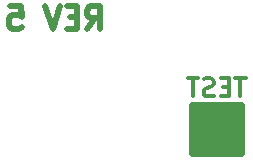
<source format=gbo>
%TF.GenerationSoftware,KiCad,Pcbnew,(6.0.1)*%
%TF.CreationDate,2022-09-05T11:30:14-04:00*%
%TF.ProjectId,ODAS-PSOC5,4f444153-2d50-4534-9f43-352e6b696361,5*%
%TF.SameCoordinates,Original*%
%TF.FileFunction,Legend,Bot*%
%TF.FilePolarity,Positive*%
%FSLAX46Y46*%
G04 Gerber Fmt 4.6, Leading zero omitted, Abs format (unit mm)*
G04 Created by KiCad (PCBNEW (6.0.1)) date 2022-09-05 11:30:14*
%MOMM*%
%LPD*%
G01*
G04 APERTURE LIST*
%ADD10C,0.476250*%
%ADD11C,0.304800*%
%ADD12C,0.650000*%
G04 APERTURE END LIST*
D10*
X18977428Y-91031785D02*
X19612428Y-90124642D01*
X20066000Y-91031785D02*
X20066000Y-89126785D01*
X19340285Y-89126785D01*
X19158857Y-89217500D01*
X19068142Y-89308214D01*
X18977428Y-89489642D01*
X18977428Y-89761785D01*
X19068142Y-89943214D01*
X19158857Y-90033928D01*
X19340285Y-90124642D01*
X20066000Y-90124642D01*
X18161000Y-90033928D02*
X17526000Y-90033928D01*
X17253857Y-91031785D02*
X18161000Y-91031785D01*
X18161000Y-89126785D01*
X17253857Y-89126785D01*
X16709571Y-89126785D02*
X16074571Y-91031785D01*
X15439571Y-89126785D01*
X12446000Y-89126785D02*
X13353142Y-89126785D01*
X13443857Y-90033928D01*
X13353142Y-89943214D01*
X13171714Y-89852500D01*
X12718142Y-89852500D01*
X12536714Y-89943214D01*
X12446000Y-90033928D01*
X12355285Y-90215357D01*
X12355285Y-90668928D01*
X12446000Y-90850357D01*
X12536714Y-90941071D01*
X12718142Y-91031785D01*
X13171714Y-91031785D01*
X13353142Y-90941071D01*
X13443857Y-90850357D01*
D11*
%TO.C,TEST*%
X32403142Y-95233428D02*
X31532285Y-95233428D01*
X31967714Y-96757428D02*
X31967714Y-95233428D01*
X31024285Y-95959142D02*
X30516285Y-95959142D01*
X30298571Y-96757428D02*
X31024285Y-96757428D01*
X31024285Y-95233428D01*
X30298571Y-95233428D01*
X29718000Y-96684857D02*
X29500285Y-96757428D01*
X29137428Y-96757428D01*
X28992285Y-96684857D01*
X28919714Y-96612285D01*
X28847142Y-96467142D01*
X28847142Y-96322000D01*
X28919714Y-96176857D01*
X28992285Y-96104285D01*
X29137428Y-96031714D01*
X29427714Y-95959142D01*
X29572857Y-95886571D01*
X29645428Y-95814000D01*
X29718000Y-95668857D01*
X29718000Y-95523714D01*
X29645428Y-95378571D01*
X29572857Y-95306000D01*
X29427714Y-95233428D01*
X29064857Y-95233428D01*
X28847142Y-95306000D01*
X28411714Y-95233428D02*
X27540857Y-95233428D01*
X27976285Y-96757428D02*
X27976285Y-95233428D01*
D12*
X27972000Y-98568000D02*
X27972000Y-99068000D01*
X27972000Y-97568000D02*
X31972000Y-97568000D01*
X31972000Y-100568000D02*
X27972000Y-100568000D01*
X27972000Y-99568000D02*
X27972000Y-100068000D01*
X31972000Y-99068000D02*
X31972000Y-99568000D01*
X31972000Y-97568000D02*
X31972000Y-101568000D01*
X31972000Y-99568000D02*
X27972000Y-99568000D01*
X31972000Y-101568000D02*
X27972000Y-101568000D01*
X27972000Y-97568000D02*
X27972000Y-98068000D01*
X31972000Y-100068000D02*
X31972000Y-100568000D01*
X31972000Y-98568000D02*
X27972000Y-98568000D01*
X31472000Y-100068000D02*
X31972000Y-100068000D01*
X31972000Y-98068000D02*
X31972000Y-98568000D01*
X27972000Y-98068000D02*
X31972000Y-98068000D01*
X27972000Y-99068000D02*
X31972000Y-99068000D01*
X27972000Y-101568000D02*
X27972000Y-97568000D01*
X27972000Y-100068000D02*
X31472000Y-100068000D01*
X27972000Y-101068000D02*
X31972000Y-101068000D01*
X27972000Y-100568000D02*
X27972000Y-101068000D01*
%TD*%
M02*

</source>
